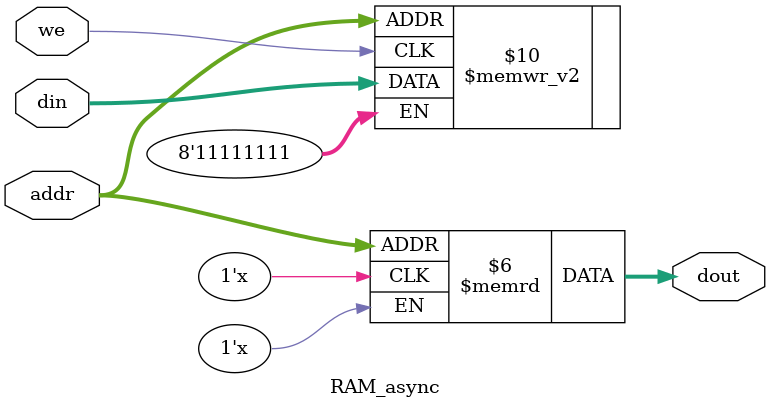
<source format=v>

`ifndef RAM_H
`define RAM_H

/*
RAM_sync - Synchronous RAM module.
RAM_async - Asynchronous RAM module.
RAM_async_tristate - Async RAM module with bidirectional data bus.
Module parameters:
A - number of address bits (default = 10)
D - number of data bits (default = 8)
*/

module RAM_sync(clk, addr, din, dout, we);
  
  parameter A = 10; // # of address bits
  parameter D = 8;  // # of data bits
  
  input  clk;		// clock
  input  [A-1:0] addr;	// address
  input  [D-1:0] din;	// data input
  output [D-1:0] dout;	// data output
  input  we;		// write enable
  
  reg [D-1:0] mem [0:(1<<A)-1]; // (1<<A)xD bit memory
  
  always @(posedge clk) begin
    if (we)		// if write enabled
      mem[addr] <= din;	// write memory from din
    dout <= mem[addr];	// read memory to dout (sync)
  end

endmodule

module RAM_async(we, addr, din, dout);
  
  parameter A = 10; // # of address bits
  parameter D = 8;  // # of data bits
  
  input  [A-1:0] addr;	// address
  input  [D-1:0] din;	// data input
  output [D-1:0] dout;	// data output
  input  we;		// write enable
  
  reg [D-1:0] mem [0:(1<<A)-1]; // (1<<A)xD bit memory
  
  always @(posedge we) begin
      mem[addr] <= din;	// write memory from din
  end

  assign dout = mem[addr]; // read memory to dout (async)

endmodule

`endif
</source>
